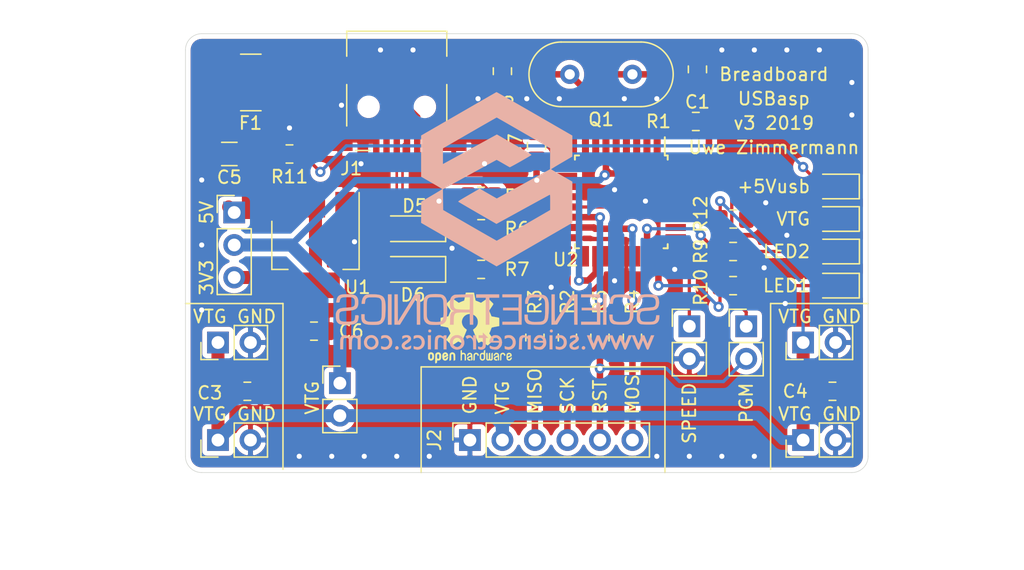
<source format=kicad_pcb>
(kicad_pcb (version 20171130) (host pcbnew "(5.1.2)-2")
  (layers (0 F.Cu signal) (31 B.Cu signal) (34 B.Paste user) (35 F.Paste user) (36 B.SilkS user) (37 F.SilkS user) (38 B.Mask user) (39 F.Mask user) (44 Edge.Cuts user))
  (net 0 "")
  (net 1 GND)
  (net 2 xtal1)
  (net 3 xtal2)
  (net 4 +5VP)
  (net 5 +3V3)
  (net 6 VCC)
  (net 7 LED1)
  (net 8 LED2)
  (net 9 VTG)
  (net 10 +5V)
  (net 11 "Net-(J1-Pad4)")
  (net 12 MOSI)
  (net 13 RESET)
  (net 14 SCK)
  (net 15 MISO)
  (net 16 IRESET)
  (net 17 SPEED)
  (net 18 "Net-(R2-Pad1)")
  (net 19 "Net-(R3-Pad1)")
  (net 20 "Net-(R4-Pad1)")
  (net 21 "Net-(R5-Pad1)")
  (net 22 USB_D+)
  (net 23 "Net-(U2-Pad31)")
  (net 24 "Net-(U2-Pad30)")
  (net 25 "Net-(U2-Pad28)")
  (net 26 "Net-(U2-Pad27)")
  (net 27 "Net-(U2-Pad26)")
  (net 28 "Net-(U2-Pad22)")
  (net 29 "Net-(U2-Pad20)")
  (net 30 "Net-(U2-Pad19)")
  (net 31 USB_D-)
  (net 32 "Net-(U2-Pad11)")
  (net 33 "Net-(U2-Pad10)")
  (net 34 "Net-(U2-Pad9)")
  (net 35 "Net-(U2-Pad2)")
  (net 36 "Net-(U2-Pad1)")
  (net 37 /D-)
  (net 38 /D+)
  (net 39 "Net-(D1-Pad2)")
  (net 40 "Net-(D2-Pad2)")
  (net 41 "Net-(D3-Pad2)")
  (net 42 "Net-(D4-Pad2)")
  (module Symbol:OSHW-Logo2_7.3x6mm_SilkScreen (layer F.Cu) (at 146.685 137.287)
    (fp_text reference REF** hide)
    (fp_text value OSHW-Logo2_7.3x6mm_SilkScreen hide)
  )
  (module 20190811_usbasp:scienctronics_26x21 (layer B.Cu) (at 148.844 129.032 180)
    (fp_text reference G*** hide)
    (fp_text value LOGO hide)
  )
  (module Connector_USB:USB_Mini-B_Lumberg_2486_01_Horizontal (layer F.Cu) (at 140.97 120.015 180)
    (fp_text reference J1 (at 3.556 -4.826) (layer F.SilkS))
    (fp_text value USB_B_Mini)
    (pad "" np_thru_hole circle (at 2.2 0 180) (size 1 1) (drill 1) (layers *.Cu *.Mask))
    (pad "" np_thru_hole circle (at -2.2 0 180) (size 1 1) (drill 1) (layers *.Cu *.Mask))
    (pad 6 smd rect (at 4.45 2.85 180) (size 2 1.7) (layers F.Cu F.Paste F.Mask) (net 1 GND))
    (pad 6 smd rect (at 4.45 -2.6 180) (size 2 1.7) (layers F.Cu F.Paste F.Mask) (net 1 GND))
    (pad 6 smd rect (at -4.45 2.85 180) (size 2 1.7) (layers F.Cu F.Paste F.Mask) (net 1 GND))
    (pad 6 smd rect (at -4.45 -2.6 180) (size 2 1.7) (layers F.Cu F.Paste F.Mask) (net 1 GND))
    (pad 5 smd rect (at 1.6 -2.7 180) (size 0.5 2) (layers F.Cu F.Paste F.Mask) (net 1 GND))
    (pad 4 smd rect (at 0.8 -2.7 180) (size 0.5 2) (layers F.Cu F.Paste F.Mask) (net 11 "Net-(J1-Pad4)"))
    (pad 3 smd rect (at 0 -2.7 180) (size 0.5 2) (layers F.Cu F.Paste F.Mask) (net 38 /D+))
    (pad 2 smd rect (at -0.8 -2.7 180) (size 0.5 2) (layers F.Cu F.Paste F.Mask) (net 37 /D-))
    (pad 1 smd rect (at -1.6 -2.7 180) (size 0.5 2) (layers F.Cu F.Paste F.Mask) (net 10 +5V))
  )
  (module Diode_SMD:D_MiniMELF (layer F.Cu) (at 142.24 129.54 180)
    (fp_text reference D5 (at -0.127 1.778) (layer F.SilkS))
    (fp_text value 3V3)
    (pad 2 smd rect (at 1.75 0 180) (size 1.3 1.7) (layers F.Cu F.Paste F.Mask) (net 1 GND))
    (pad 1 smd rect (at -1.75 0 180) (size 1.3 1.7) (layers F.Cu F.Paste F.Mask) (net 37 /D-))
  )
  (module Diode_SMD:D_MiniMELF (layer F.Cu) (at 142.24 132.715 180)
    (fp_text reference D6 (at 0 -2) (layer F.SilkS))
    (fp_text value 3V3)
    (pad 2 smd rect (at 1.75 0 180) (size 1.3 1.7) (layers F.Cu F.Paste F.Mask) (net 1 GND))
    (pad 1 smd rect (at -1.75 0 180) (size 1.3 1.7) (layers F.Cu F.Paste F.Mask) (net 38 /D+))
  )
  (module Capacitor_SMD:C_1206_3216Metric_Pad1.42x1.75mm_HandSolder (layer F.Cu) (at 127.889 123.698 180)
    (fp_text reference C5 (at 0 -1.82) (layer F.SilkS))
    (fp_text value 4u7)
    (pad 2 smd roundrect (at 1.4875 0 180) (size 1.425 1.75) (layers F.Cu F.Paste F.Mask) (roundrect_rratio 0.175439) (net 1 GND))
    (pad 1 smd roundrect (at -1.4875 0 180) (size 1.425 1.75) (layers F.Cu F.Paste F.Mask) (roundrect_rratio 0.175439) (net 4 +5VP))
  )
  (module Package_QFP:TQFP-32_7x7mm_P0.8mm (layer F.Cu) (at 158.515 127.44 270)
    (fp_text reference U2 (at 4.513 4.337 180) (layer F.SilkS))
    (fp_text value ATmega88-20AU)
    (pad 32 smd rect (at -2.8 -4.25) (size 1.6 0.55) (layers F.Cu F.Paste F.Mask) (net 22 USB_D+))
    (pad 31 smd rect (at -2 -4.25) (size 1.6 0.55) (layers F.Cu F.Paste F.Mask) (net 23 "Net-(U2-Pad31)"))
    (pad 30 smd rect (at -1.2 -4.25) (size 1.6 0.55) (layers F.Cu F.Paste F.Mask) (net 24 "Net-(U2-Pad30)"))
    (pad 29 smd rect (at -0.4 -4.25) (size 1.6 0.55) (layers F.Cu F.Paste F.Mask) (net 16 IRESET))
    (pad 28 smd rect (at 0.4 -4.25) (size 1.6 0.55) (layers F.Cu F.Paste F.Mask) (net 25 "Net-(U2-Pad28)"))
    (pad 27 smd rect (at 1.2 -4.25) (size 1.6 0.55) (layers F.Cu F.Paste F.Mask) (net 26 "Net-(U2-Pad27)"))
    (pad 26 smd rect (at 2 -4.25) (size 1.6 0.55) (layers F.Cu F.Paste F.Mask) (net 27 "Net-(U2-Pad26)"))
    (pad 25 smd rect (at 2.8 -4.25) (size 1.6 0.55) (layers F.Cu F.Paste F.Mask) (net 17 SPEED))
    (pad 24 smd rect (at 4.25 -2.8 270) (size 1.6 0.55) (layers F.Cu F.Paste F.Mask) (net 8 LED2))
    (pad 23 smd rect (at 4.25 -2 270) (size 1.6 0.55) (layers F.Cu F.Paste F.Mask) (net 7 LED1))
    (pad 22 smd rect (at 4.25 -1.2 270) (size 1.6 0.55) (layers F.Cu F.Paste F.Mask) (net 28 "Net-(U2-Pad22)"))
    (pad 21 smd rect (at 4.25 -0.4 270) (size 1.6 0.55) (layers F.Cu F.Paste F.Mask) (net 1 GND))
    (pad 20 smd rect (at 4.25 0.4 270) (size 1.6 0.55) (layers F.Cu F.Paste F.Mask) (net 29 "Net-(U2-Pad20)"))
    (pad 19 smd rect (at 4.25 1.2 270) (size 1.6 0.55) (layers F.Cu F.Paste F.Mask) (net 30 "Net-(U2-Pad19)"))
    (pad 18 smd rect (at 4.25 2 270) (size 1.6 0.55) (layers F.Cu F.Paste F.Mask) (net 6 VCC))
    (pad 17 smd rect (at 4.25 2.8 270) (size 1.6 0.55) (layers F.Cu F.Paste F.Mask) (net 18 "Net-(R2-Pad1)"))
    (pad 16 smd rect (at 2.8 4.25) (size 1.6 0.55) (layers F.Cu F.Paste F.Mask) (net 19 "Net-(R3-Pad1)"))
    (pad 15 smd rect (at 2 4.25) (size 1.6 0.55) (layers F.Cu F.Paste F.Mask) (net 20 "Net-(R4-Pad1)"))
    (pad 14 smd rect (at 1.2 4.25) (size 1.6 0.55) (layers F.Cu F.Paste F.Mask) (net 21 "Net-(R5-Pad1)"))
    (pad 13 smd rect (at 0.4 4.25) (size 1.6 0.55) (layers F.Cu F.Paste F.Mask) (net 22 USB_D+))
    (pad 12 smd rect (at -0.4 4.25) (size 1.6 0.55) (layers F.Cu F.Paste F.Mask) (net 31 USB_D-))
    (pad 11 smd rect (at -1.2 4.25) (size 1.6 0.55) (layers F.Cu F.Paste F.Mask) (net 32 "Net-(U2-Pad11)"))
    (pad 10 smd rect (at -2 4.25) (size 1.6 0.55) (layers F.Cu F.Paste F.Mask) (net 33 "Net-(U2-Pad10)"))
    (pad 9 smd rect (at -2.8 4.25) (size 1.6 0.55) (layers F.Cu F.Paste F.Mask) (net 34 "Net-(U2-Pad9)"))
    (pad 8 smd rect (at -4.25 2.8 270) (size 1.6 0.55) (layers F.Cu F.Paste F.Mask) (net 3 xtal2))
    (pad 7 smd rect (at -4.25 2 270) (size 1.6 0.55) (layers F.Cu F.Paste F.Mask) (net 2 xtal1))
    (pad 6 smd rect (at -4.25 1.2 270) (size 1.6 0.55) (layers F.Cu F.Paste F.Mask) (net 6 VCC))
    (pad 5 smd rect (at -4.25 0.4 270) (size 1.6 0.55) (layers F.Cu F.Paste F.Mask) (net 1 GND))
    (pad 4 smd rect (at -4.25 -0.4 270) (size 1.6 0.55) (layers F.Cu F.Paste F.Mask) (net 6 VCC))
    (pad 3 smd rect (at -4.25 -1.2 270) (size 1.6 0.55) (layers F.Cu F.Paste F.Mask) (net 1 GND))
    (pad 2 smd rect (at -4.25 -2 270) (size 1.6 0.55) (layers F.Cu F.Paste F.Mask) (net 35 "Net-(U2-Pad2)"))
    (pad 1 smd rect (at -4.25 -2.8 270) (size 1.6 0.55) (layers F.Cu F.Paste F.Mask) (net 36 "Net-(U2-Pad1)"))
  )
  (module Package_TO_SOT_SMD:SOT-223-3_TabPin2 (layer F.Cu) (at 134.62 130.81 270)
    (fp_text reference U1 (at 3.302 -3.302 180) (layer F.SilkS))
    (fp_text value AP1117-33)
    (pad 1 smd rect (at -3.15 -2.3 270) (size 2 1.5) (layers F.Cu F.Paste F.Mask) (net 1 GND))
    (pad 3 smd rect (at -3.15 2.3 270) (size 2 1.5) (layers F.Cu F.Paste F.Mask) (net 4 +5VP))
    (pad 2 smd rect (at -3.15 0 270) (size 2 1.5) (layers F.Cu F.Paste F.Mask) (net 5 +3V3))
    (pad 2 smd rect (at 3.15 0 270) (size 2 3.8) (layers F.Cu F.Paste F.Mask) (net 5 +3V3))
  )
  (module Resistor_SMD:R_0805_2012Metric_Pad1.15x1.40mm_HandSolder (layer F.Cu) (at 167.268 128.778)
    (fp_text reference R12 (at -2.549 -0.381 90) (layer F.SilkS))
    (fp_text value 1k)
    (pad 2 smd roundrect (at 1.025 0) (size 1.15 1.4) (layers F.Cu F.Paste F.Mask) (roundrect_rratio 0.217391) (net 42 "Net-(D4-Pad2)"))
    (pad 1 smd roundrect (at -1.025 0) (size 1.15 1.4) (layers F.Cu F.Paste F.Mask) (roundrect_rratio 0.217391) (net 9 VTG))
  )
  (module Resistor_SMD:R_0805_2012Metric_Pad1.15x1.40mm_HandSolder (layer F.Cu) (at 132.588 123.698)
    (fp_text reference R11 (at 0 1.778) (layer F.SilkS))
    (fp_text value 1k)
    (pad 2 smd roundrect (at 1.025 0) (size 1.15 1.4) (layers F.Cu F.Paste F.Mask) (roundrect_rratio 0.217391) (net 41 "Net-(D3-Pad2)"))
    (pad 1 smd roundrect (at -1.025 0) (size 1.15 1.4) (layers F.Cu F.Paste F.Mask) (roundrect_rratio 0.217391) (net 4 +5VP))
  )
  (module Resistor_SMD:R_0805_2012Metric_Pad1.15x1.40mm_HandSolder (layer F.Cu) (at 167.25 133.985)
    (fp_text reference R10 (at -2.531 0.127 90) (layer F.SilkS))
    (fp_text value 1k)
    (pad 2 smd roundrect (at 1.025 0) (size 1.15 1.4) (layers F.Cu F.Paste F.Mask) (roundrect_rratio 0.217391) (net 40 "Net-(D2-Pad2)"))
    (pad 1 smd roundrect (at -1.025 0) (size 1.15 1.4) (layers F.Cu F.Paste F.Mask) (roundrect_rratio 0.217391) (net 8 LED2))
  )
  (module Resistor_SMD:R_0805_2012Metric_Pad1.15x1.40mm_HandSolder (layer F.Cu) (at 167.25 131.318)
    (fp_text reference R9 (at -2.531 0 90) (layer F.SilkS))
    (fp_text value 1k)
    (pad 2 smd roundrect (at 1.025 0) (size 1.15 1.4) (layers F.Cu F.Paste F.Mask) (roundrect_rratio 0.217391) (net 39 "Net-(D1-Pad2)"))
    (pad 1 smd roundrect (at -1.025 0) (size 1.15 1.4) (layers F.Cu F.Paste F.Mask) (roundrect_rratio 0.217391) (net 7 LED1))
  )
  (module Resistor_SMD:R_0805_2012Metric_Pad1.15x1.40mm_HandSolder (layer F.Cu) (at 147.565 127 180)
    (fp_text reference R8 (at -2.803 0) (layer F.SilkS))
    (fp_text value 2k2)
    (pad 2 smd roundrect (at 1.025 0 180) (size 1.15 1.4) (layers F.Cu F.Paste F.Mask) (roundrect_rratio 0.217391) (net 37 /D-))
    (pad 1 smd roundrect (at -1.025 0 180) (size 1.15 1.4) (layers F.Cu F.Paste F.Mask) (roundrect_rratio 0.217391) (net 10 +5V))
  )
  (module Resistor_SMD:R_0805_2012Metric_Pad1.15x1.40mm_HandSolder (layer F.Cu) (at 147.565 132.715)
    (fp_text reference R7 (at 2.803 0) (layer F.SilkS))
    (fp_text value 68)
    (pad 2 smd roundrect (at 1.025 0) (size 1.15 1.4) (layers F.Cu F.Paste F.Mask) (roundrect_rratio 0.217391) (net 22 USB_D+))
    (pad 1 smd roundrect (at -1.025 0) (size 1.15 1.4) (layers F.Cu F.Paste F.Mask) (roundrect_rratio 0.217391) (net 38 /D+))
  )
  (module Resistor_SMD:R_0805_2012Metric_Pad1.15x1.40mm_HandSolder (layer F.Cu) (at 147.565 129.54)
    (fp_text reference R6 (at 2.803 0) (layer F.SilkS))
    (fp_text value 68)
    (pad 2 smd roundrect (at 1.025 0) (size 1.15 1.4) (layers F.Cu F.Paste F.Mask) (roundrect_rratio 0.217391) (net 31 USB_D-))
    (pad 1 smd roundrect (at -1.025 0) (size 1.15 1.4) (layers F.Cu F.Paste F.Mask) (roundrect_rratio 0.217391) (net 37 /D-))
  )
  (module Resistor_SMD:R_0805_2012Metric_Pad1.15x1.40mm_HandSolder (layer F.Cu) (at 156.845 138.04 270)
    (fp_text reference R5 (at -2.785 0 90) (layer F.SilkS))
    (fp_text value 1k)
    (pad 2 smd roundrect (at 1.025 0 270) (size 1.15 1.4) (layers F.Cu F.Paste F.Mask) (roundrect_rratio 0.217391) (net 13 RESET))
    (pad 1 smd roundrect (at -1.025 0 270) (size 1.15 1.4) (layers F.Cu F.Paste F.Mask) (roundrect_rratio 0.217391) (net 21 "Net-(R5-Pad1)"))
  )
  (module Resistor_SMD:R_0805_2012Metric_Pad1.15x1.40mm_HandSolder (layer F.Cu) (at 159.385 138.04 270)
    (fp_text reference R4 (at -2.785 0 90) (layer F.SilkS))
    (fp_text value 1k)
    (pad 2 smd roundrect (at 1.025 0 270) (size 1.15 1.4) (layers F.Cu F.Paste F.Mask) (roundrect_rratio 0.217391) (net 12 MOSI))
    (pad 1 smd roundrect (at -1.025 0 270) (size 1.15 1.4) (layers F.Cu F.Paste F.Mask) (roundrect_rratio 0.217391) (net 20 "Net-(R4-Pad1)"))
  )
  (module Resistor_SMD:R_0805_2012Metric_Pad1.15x1.40mm_HandSolder (layer F.Cu) (at 151.765 138.04 270)
    (fp_text reference R3 (at -2.785 0 90) (layer F.SilkS))
    (fp_text value 1k)
    (pad 2 smd roundrect (at 1.025 0 270) (size 1.15 1.4) (layers F.Cu F.Paste F.Mask) (roundrect_rratio 0.217391) (net 15 MISO))
    (pad 1 smd roundrect (at -1.025 0 270) (size 1.15 1.4) (layers F.Cu F.Paste F.Mask) (roundrect_rratio 0.217391) (net 19 "Net-(R3-Pad1)"))
  )
  (module Resistor_SMD:R_0805_2012Metric_Pad1.15x1.40mm_HandSolder (layer F.Cu) (at 154.305 138.04 270)
    (fp_text reference R2 (at -2.785 0 90) (layer F.SilkS))
    (fp_text value 1k)
    (pad 2 smd roundrect (at 1.025 0 270) (size 1.15 1.4) (layers F.Cu F.Paste F.Mask) (roundrect_rratio 0.217391) (net 14 SCK))
    (pad 1 smd roundrect (at -1.025 0 270) (size 1.15 1.4) (layers F.Cu F.Paste F.Mask) (roundrect_rratio 0.217391) (net 18 "Net-(R2-Pad1)"))
  )
  (module Resistor_SMD:R_0805_2012Metric_Pad1.15x1.40mm_HandSolder (layer F.Cu) (at 164.338 121.158)
    (fp_text reference R1 (at -2.921 0) (layer F.SilkS))
    (fp_text value 10k)
    (pad 2 smd roundrect (at 1.025 0) (size 1.15 1.4) (layers F.Cu F.Paste F.Mask) (roundrect_rratio 0.217391) (net 16 IRESET))
    (pad 1 smd roundrect (at -1.025 0) (size 1.15 1.4) (layers F.Cu F.Paste F.Mask) (roundrect_rratio 0.217391) (net 6 VCC))
  )
  (module Crystal:Crystal_HC18-U_Vertical (layer F.Cu) (at 159.385 117.475 180)
    (fp_text reference Q1 (at 2.45 -3.525) (layer F.SilkS))
    (fp_text value 12M)
    (pad 2 thru_hole circle (at 4.9 0 180) (size 1.5 1.5) (drill 0.8) (layers *.Cu *.Mask) (net 3 xtal2))
    (pad 1 thru_hole circle (at 0 0 180) (size 1.5 1.5) (drill 0.8) (layers *.Cu *.Mask) (net 2 xtal1))
  )
  (module Connector_PinHeader_2.54mm:PinHeader_1x02_P2.54mm_Vertical (layer F.Cu) (at 163.83 137.16)
    (fp_text reference JP4 hide)
    (fp_text value Conn_01x02)
    (pad 2 thru_hole oval (at 0 2.54) (size 1.7 1.7) (drill 1) (layers *.Cu *.Mask) (net 1 GND))
    (pad 1 thru_hole rect (at 0 0) (size 1.7 1.7) (drill 1) (layers *.Cu *.Mask) (net 17 SPEED))
  )
  (module Connector_PinHeader_2.54mm:PinHeader_1x02_P2.54mm_Vertical (layer F.Cu) (at 168.275 137.16)
    (fp_text reference JP3 hide)
    (fp_text value Conn_01x02)
    (pad 2 thru_hole oval (at 0 2.54) (size 1.7 1.7) (drill 1) (layers *.Cu *.Mask) (net 13 RESET))
    (pad 1 thru_hole rect (at 0 0) (size 1.7 1.7) (drill 1) (layers *.Cu *.Mask) (net 16 IRESET))
  )
  (module Connector_PinHeader_2.54mm:PinHeader_1x02_P2.54mm_Vertical (layer F.Cu) (at 136.525 141.605)
    (fp_text reference JP2 hide)
    (fp_text value Conn_01x02)
    (pad 2 thru_hole oval (at 0 2.54) (size 1.7 1.7) (drill 1) (layers *.Cu *.Mask) (net 9 VTG))
    (pad 1 thru_hole rect (at 0 0) (size 1.7 1.7) (drill 1) (layers *.Cu *.Mask) (net 6 VCC))
  )
  (module Connector_PinHeader_2.54mm:PinHeader_1x03_P2.54mm_Vertical (layer F.Cu) (at 128.27 128.27)
    (fp_text reference JP1 hide)
    (fp_text value Conn_01x03)
    (pad 3 thru_hole oval (at 0 5.08) (size 1.7 1.7) (drill 1) (layers *.Cu *.Mask) (net 5 +3V3))
    (pad 2 thru_hole oval (at 0 2.54) (size 1.7 1.7) (drill 1) (layers *.Cu *.Mask) (net 6 VCC))
    (pad 1 thru_hole rect (at 0 0) (size 1.7 1.7) (drill 1) (layers *.Cu *.Mask) (net 4 +5VP))
  )
  (module Connector_PinHeader_2.54mm:PinHeader_1x02_P2.54mm_Vertical (layer F.Cu) (at 172.72 138.43 90)
    (fp_text reference J6 hide)
    (fp_text value Conn_01x02)
    (pad 2 thru_hole oval (at 0 2.54 90) (size 1.7 1.7) (drill 1) (layers *.Cu *.Mask) (net 1 GND))
    (pad 1 thru_hole rect (at 0 0 90) (size 1.7 1.7) (drill 1) (layers *.Cu *.Mask) (net 9 VTG))
  )
  (module Connector_PinHeader_2.54mm:PinHeader_1x02_P2.54mm_Vertical (layer F.Cu) (at 127 138.43 90)
    (fp_text reference J5 hide)
    (fp_text value Conn_01x02)
    (pad 2 thru_hole oval (at 0 2.54 90) (size 1.7 1.7) (drill 1) (layers *.Cu *.Mask) (net 1 GND))
    (pad 1 thru_hole rect (at 0 0 90) (size 1.7 1.7) (drill 1) (layers *.Cu *.Mask) (net 9 VTG))
  )
  (module Connector_PinHeader_2.54mm:PinHeader_1x02_P2.54mm_Vertical (layer F.Cu) (at 172.72 146.05 90)
    (fp_text reference J4 hide)
    (fp_text value Conn_01x02)
    (pad 2 thru_hole oval (at 0 2.54 90) (size 1.7 1.7) (drill 1) (layers *.Cu *.Mask) (net 1 GND))
    (pad 1 thru_hole rect (at 0 0 90) (size 1.7 1.7) (drill 1) (layers *.Cu *.Mask) (net 9 VTG))
  )
  (module Connector_PinHeader_2.54mm:PinHeader_1x02_P2.54mm_Vertical (layer F.Cu) (at 127 146.05 90)
    (fp_text reference J3 hide)
    (fp_text value Conn_01x02)
    (pad 2 thru_hole oval (at 0 2.54 90) (size 1.7 1.7) (drill 1) (layers *.Cu *.Mask) (net 1 GND))
    (pad 1 thru_hole rect (at 0 0 90) (size 1.7 1.7) (drill 1) (layers *.Cu *.Mask) (net 9 VTG))
  )
  (module Connector_PinSocket_2.54mm:PinSocket_1x06_P2.54mm_Vertical (layer F.Cu) (at 146.685 146.05 90)
    (fp_text reference J2 (at 0 -2.77 90) (layer F.SilkS))
    (fp_text value Conn_01x06)
    (pad 6 thru_hole oval (at 0 12.7 90) (size 1.7 1.7) (drill 1) (layers *.Cu *.Mask) (net 12 MOSI))
    (pad 5 thru_hole oval (at 0 10.16 90) (size 1.7 1.7) (drill 1) (layers *.Cu *.Mask) (net 13 RESET))
    (pad 4 thru_hole oval (at 0 7.62 90) (size 1.7 1.7) (drill 1) (layers *.Cu *.Mask) (net 14 SCK))
    (pad 3 thru_hole oval (at 0 5.08 90) (size 1.7 1.7) (drill 1) (layers *.Cu *.Mask) (net 15 MISO))
    (pad 2 thru_hole oval (at 0 2.54 90) (size 1.7 1.7) (drill 1) (layers *.Cu *.Mask) (net 9 VTG))
    (pad 1 thru_hole rect (at 0 0 90) (size 1.7 1.7) (drill 1) (layers *.Cu *.Mask) (net 1 GND))
  )
  (module Fuse:Fuse_2816_7142Metric (layer F.Cu) (at 129.5675 118.11)
    (fp_text reference F1 (at -0.0275 3.175) (layer F.SilkS))
    (fp_text value Polyfuse)
    (pad 2 smd roundrect (at 2.5125 0) (size 3.025 4.45) (layers F.Cu F.Paste F.Mask) (roundrect_rratio 0.082645) (net 10 +5V))
    (pad 1 smd roundrect (at -2.5125 0) (size 3.025 4.45) (layers F.Cu F.Paste F.Mask) (roundrect_rratio 0.082645) (net 4 +5VP))
  )
  (module LED_SMD:LED_0805_2012Metric_Pad1.15x1.40mm_HandSolder (layer F.Cu) (at 175.251 128.778 180)
    (fp_text reference D4 hide)
    (fp_text value LED)
    (pad 2 smd roundrect (at 1.025 0 180) (size 1.15 1.4) (layers F.Cu F.Paste F.Mask) (roundrect_rratio 0.217391) (net 42 "Net-(D4-Pad2)"))
    (pad 1 smd roundrect (at -1.025 0 180) (size 1.15 1.4) (layers F.Cu F.Paste F.Mask) (roundrect_rratio 0.217391) (net 1 GND))
  )
  (module LED_SMD:LED_0805_2012Metric_Pad1.15x1.40mm_HandSolder (layer F.Cu) (at 175.251 126.238 180)
    (fp_text reference D3 hide)
    (fp_text value LED)
    (pad 2 smd roundrect (at 1.025 0 180) (size 1.15 1.4) (layers F.Cu F.Paste F.Mask) (roundrect_rratio 0.217391) (net 41 "Net-(D3-Pad2)"))
    (pad 1 smd roundrect (at -1.025 0 180) (size 1.15 1.4) (layers F.Cu F.Paste F.Mask) (roundrect_rratio 0.217391) (net 1 GND))
  )
  (module LED_SMD:LED_0805_2012Metric_Pad1.15x1.40mm_HandSolder (layer F.Cu) (at 175.251 133.985 180)
    (fp_text reference D2 hide)
    (fp_text value LED)
    (pad 2 smd roundrect (at 1.025 0 180) (size 1.15 1.4) (layers F.Cu F.Paste F.Mask) (roundrect_rratio 0.217391) (net 40 "Net-(D2-Pad2)"))
    (pad 1 smd roundrect (at -1.025 0 180) (size 1.15 1.4) (layers F.Cu F.Paste F.Mask) (roundrect_rratio 0.217391) (net 1 GND))
  )
  (module LED_SMD:LED_0805_2012Metric_Pad1.15x1.40mm_HandSolder (layer F.Cu) (at 175.26 131.318 180)
    (fp_text reference D1 hide)
    (fp_text value LED)
    (pad 2 smd roundrect (at 1.025 0 180) (size 1.15 1.4) (layers F.Cu F.Paste F.Mask) (roundrect_rratio 0.217391) (net 39 "Net-(D1-Pad2)"))
    (pad 1 smd roundrect (at -1.025 0 180) (size 1.15 1.4) (layers F.Cu F.Paste F.Mask) (roundrect_rratio 0.217391) (net 1 GND))
  )
  (module Capacitor_SMD:C_0805_2012Metric_Pad1.15x1.40mm_HandSolder (layer F.Cu) (at 151.892 123.063 90)
    (fp_text reference C7 (at 0 -1.65 90) (layer F.SilkS))
    (fp_text value 100n)
    (pad 2 smd roundrect (at 1.025 0 90) (size 1.15 1.4) (layers F.Cu F.Paste F.Mask) (roundrect_rratio 0.217391) (net 1 GND))
    (pad 1 smd roundrect (at -1.025 0 90) (size 1.15 1.4) (layers F.Cu F.Paste F.Mask) (roundrect_rratio 0.217391) (net 6 VCC))
  )
  (module Capacitor_SMD:C_0805_2012Metric_Pad1.15x1.40mm_HandSolder (layer F.Cu) (at 134.502 137.541)
    (fp_text reference C6 (at 2.912 0) (layer F.SilkS))
    (fp_text value 100n)
    (pad 2 smd roundrect (at 1.025 0) (size 1.15 1.4) (layers F.Cu F.Paste F.Mask) (roundrect_rratio 0.217391) (net 1 GND))
    (pad 1 smd roundrect (at -1.025 0) (size 1.15 1.4) (layers F.Cu F.Paste F.Mask) (roundrect_rratio 0.217391) (net 5 +3V3))
  )
  (module Capacitor_SMD:C_0805_2012Metric_Pad1.15x1.40mm_HandSolder (layer F.Cu) (at 175.015 142.24)
    (fp_text reference C4 (at -2.912 0) (layer F.SilkS))
    (fp_text value 100n)
    (pad 2 smd roundrect (at 1.025 0) (size 1.15 1.4) (layers F.Cu F.Paste F.Mask) (roundrect_rratio 0.217391) (net 1 GND))
    (pad 1 smd roundrect (at -1.025 0) (size 1.15 1.4) (layers F.Cu F.Paste F.Mask) (roundrect_rratio 0.217391) (net 9 VTG))
  )
  (module Capacitor_SMD:C_0805_2012Metric_Pad1.15x1.40mm_HandSolder (layer F.Cu) (at 129.295 142.24)
    (fp_text reference C3 (at -2.93 0.127) (layer F.SilkS))
    (fp_text value 100n)
    (pad 2 smd roundrect (at 1.025 0) (size 1.15 1.4) (layers F.Cu F.Paste F.Mask) (roundrect_rratio 0.217391) (net 1 GND))
    (pad 1 smd roundrect (at -1.025 0) (size 1.15 1.4) (layers F.Cu F.Paste F.Mask) (roundrect_rratio 0.217391) (net 9 VTG))
  )
  (module Capacitor_SMD:C_0805_2012Metric_Pad1.15x1.40mm_HandSolder (layer F.Cu) (at 149.225 117.23 90)
    (fp_text reference C2 (at -2.531 0 180) (layer F.SilkS))
    (fp_text value 27p)
    (pad 2 smd roundrect (at 1.025 0 90) (size 1.15 1.4) (layers F.Cu F.Paste F.Mask) (roundrect_rratio 0.217391) (net 1 GND))
    (pad 1 smd roundrect (at -1.025 0 90) (size 1.15 1.4) (layers F.Cu F.Paste F.Mask) (roundrect_rratio 0.217391) (net 3 xtal2))
  )
  (module Capacitor_SMD:C_0805_2012Metric_Pad1.15x1.40mm_HandSolder (layer F.Cu) (at 164.465 117.085 90)
    (fp_text reference C1 (at -2.549 0 180) (layer F.SilkS))
    (fp_text value 27p)
    (pad 2 smd roundrect (at 1.025 0 90) (size 1.15 1.4) (layers F.Cu F.Paste F.Mask) (roundrect_rratio 0.217391) (net 1 GND))
    (pad 1 smd roundrect (at -1.025 0 90) (size 1.15 1.4) (layers F.Cu F.Paste F.Mask) (roundrect_rratio 0.217391) (net 2 xtal1))
  )
  (gr_line (start 161.925 140.335) (end 161.925 148.59) (layer F.SilkS) (width 0.12))
  (gr_line (start 142.875 140.335) (end 161.925 140.335) (layer F.SilkS) (width 0.12))
  (gr_line (start 142.875 148.59) (end 142.875 140.335) (layer F.SilkS) (width 0.12))
  (gr_line (start 132.08 135.382) (end 132.08 148.336) (layer F.SilkS) (width 0.12))
  (gr_line (start 124.46 135.382) (end 132.08 135.382) (layer F.SilkS) (width 0.12))
  (gr_line (start 170.18 135.382) (end 170.18 148.336) (layer F.SilkS) (width 0.12))
  (gr_line (start 177.8 135.382) (end 170.18 135.382) (layer F.SilkS) (width 0.12))
  (gr_text "v3 2019" (at 170.434 121.285) (layer F.SilkS) (effects (font (size 1 1))))
  (gr_text "Uwe Zimmermann" (at 170.434 123.19) (layer F.SilkS) (effects (font (size 1 1))))
  (gr_text USBasp (at 170.434 119.38) (layer F.SilkS) (effects (font (size 1 1))))
  (gr_text Breadboard (at 170.434 117.475) (layer F.SilkS) (effects (font (size 1 1))))
  (gr_text GND (at 174.117 136.398) (layer F.SilkS) (effects (font (size 1 1)) (justify left)))
  (gr_text VTG (at 172.085 136.398) (layer F.SilkS) (effects (font (size 1 1))))
  (gr_text GND (at 174.117 144.018) (layer F.SilkS) (effects (font (size 1 1)) (justify left)))
  (gr_text VTG (at 172.085 144.018) (layer F.SilkS) (effects (font (size 1 1))))
  (gr_text GND (at 128.397 136.398) (layer F.SilkS) (effects (font (size 1 1)) (justify left)))
  (gr_text VTG (at 126.365 136.398) (layer F.SilkS) (effects (font (size 1 1))))
  (gr_text GND (at 128.397 144.018) (layer F.SilkS) (effects (font (size 1 1)) (justify left)))
  (gr_text VTG (at 126.365 144.018) (layer F.SilkS) (effects (font (size 1 1))))
  (gr_text VTG (at 134.366 142.748 90) (layer F.SilkS) (effects (font (size 1 1))))
  (gr_text 5V (at 126.111 128.27 90) (layer F.SilkS) (effects (font (size 1 1))))
  (gr_text 3V3 (at 126.111 133.35 90) (layer F.SilkS) (effects (font (size 1 1))))
  (gr_text +5Vusb (at 173.355 126.238) (layer F.SilkS) (effects (font (size 1 1)) (justify right)))
  (gr_text VTG (at 173.355 128.778) (layer F.SilkS) (effects (font (size 1 1)) (justify right)))
  (gr_text LED2 (at 173.355 131.318) (layer F.SilkS) (effects (font (size 1 1)) (justify right)))
  (gr_text LED1 (at 173.355 133.985) (layer F.SilkS) (effects (font (size 1 1)) (justify right)))
  (gr_text SPEED (at 163.83 141.478 90) (layer F.SilkS) (effects (font (size 1 1)) (justify right)))
  (gr_text PGM (at 168.275 141.478 90) (layer F.SilkS) (effects (font (size 1 1)) (justify right)))
  (gr_text MOSI (at 159.385 144.145 90) (layer F.SilkS) (effects (font (size 1 1)) (justify left)))
  (gr_text RST (at 156.845 144.145 90) (layer F.SilkS) (effects (font (size 1 1)) (justify left)))
  (gr_text SCK (at 154.305 144.145 90) (layer F.SilkS) (effects (font (size 1 1)) (justify left)))
  (gr_text MISO (at 151.765 144.145 90) (layer F.SilkS) (effects (font (size 1 1)) (justify left)))
  (gr_text VTG (at 149.225 144.145 90) (layer F.SilkS) (effects (font (size 1 1)) (justify left)))
  (gr_text GND (at 146.685 144.145 90) (layer F.SilkS) (effects (font (size 1 1)) (justify left)))
  (gr_arc (start 176.53 147.32) (end 176.53 148.59) (angle -90) (layer Edge.Cuts) (width 0.05))
  (gr_arc (start 176.53 115.57) (end 177.8 115.57) (angle -90) (layer Edge.Cuts) (width 0.05))
  (gr_arc (start 125.73 115.57) (end 125.73 114.3) (angle -90) (layer Edge.Cuts) (width 0.05))
  (gr_arc (start 125.73 147.32) (end 124.46 147.32) (angle -90) (layer Edge.Cuts) (width 0.05))
  (gr_line (start 176.53 148.59) (end 125.73 148.59) (layer Edge.Cuts) (width 0.05))
  (gr_line (start 177.8 115.57) (end 177.8 147.32) (layer Edge.Cuts) (width 0.05))
  (gr_line (start 125.73 114.3) (end 176.53 114.3) (layer Edge.Cuts) (width 0.05))
  (gr_line (start 124.46 147.32) (end 124.46 115.57) (layer Edge.Cuts) (width 0.05))
  (via (at 176.53 118.11) (size 0.8) (drill 0.4) (layers F.Cu B.Cu) (net 1))
  (via (at 176.53 120.65) (size 0.8) (drill 0.4) (layers F.Cu B.Cu) (net 1))
  (via (at 145.288 131.064) (size 0.8) (drill 0.4) (layers F.Cu B.Cu) (net 1))
  (via (at 144.272 127.381) (size 0.8) (drill 0.4) (layers F.Cu B.Cu) (net 1))
  (via (at 153.035 134.112) (size 0.8) (drill 0.4) (layers F.Cu B.Cu) (net 1))
  (via (at 160.401 127.381) (size 0.8) (drill 0.4) (layers F.Cu B.Cu) (net 1))
  (via (at 166.37 115.57) (size 0.8) (drill 0.4) (layers F.Cu B.Cu) (net 1))
  (via (at 168.91 115.57) (size 0.8) (drill 0.4) (layers F.Cu B.Cu) (net 1))
  (via (at 171.45 115.57) (size 0.8) (drill 0.4) (layers F.Cu B.Cu) (net 1))
  (via (at 173.99 115.57) (size 0.8) (drill 0.4) (layers F.Cu B.Cu) (net 1))
  (via (at 166.37 147.32) (size 0.8) (drill 0.4) (layers F.Cu B.Cu) (net 1))
  (via (at 168.91 147.32) (size 0.8) (drill 0.4) (layers F.Cu B.Cu) (net 1))
  (via (at 163.83 147.32) (size 0.8) (drill 0.4) (layers F.Cu B.Cu) (net 1))
  (via (at 161.29 147.32) (size 0.8) (drill 0.4) (layers F.Cu B.Cu) (net 1))
  (via (at 143.51 147.32) (size 0.8) (drill 0.4) (layers F.Cu B.Cu) (net 1))
  (via (at 140.97 147.32) (size 0.8) (drill 0.4) (layers F.Cu B.Cu) (net 1))
  (via (at 138.43 147.32) (size 0.8) (drill 0.4) (layers F.Cu B.Cu) (net 1))
  (via (at 135.89 147.32) (size 0.8) (drill 0.4) (layers F.Cu B.Cu) (net 1))
  (via (at 133.35 147.32) (size 0.8) (drill 0.4) (layers F.Cu B.Cu) (net 1))
  (via (at 125.73 135.89) (size 0.8) (drill 0.4) (layers F.Cu B.Cu) (net 1))
  (via (at 125.73 130.81) (size 0.8) (drill 0.4) (layers F.Cu B.Cu) (net 1))
  (via (at 125.73 125.73) (size 0.8) (drill 0.4) (layers F.Cu B.Cu) (net 1))
  (via (at 139.7 115.57) (size 0.8) (drill 0.4) (layers F.Cu B.Cu) (net 1))
  (via (at 142.24 115.57) (size 0.8) (drill 0.4) (layers F.Cu B.Cu) (net 1))
  (via (at 158.75 119.38) (size 0.8) (drill 0.4) (layers F.Cu B.Cu) (net 1))
  (via (at 161.29 119.38) (size 0.8) (drill 0.4) (layers F.Cu B.Cu) (net 1))
  (via (at 153.67 119.38) (size 0.8) (drill 0.4) (layers F.Cu B.Cu) (net 1))
  (via (at 151.13 119.38) (size 0.8) (drill 0.4) (layers F.Cu B.Cu) (net 1))
  (via (at 147.32 119.38) (size 0.8) (drill 0.4) (layers F.Cu B.Cu) (net 1))
  (via (at 157.988 126.492) (size 0.8) (drill 0.4) (layers F.Cu B.Cu) (net 1))
  (via (at 157.988 133.604) (size 0.8) (drill 0.4) (layers F.Cu B.Cu) (net 1))
  (via (at 136.652 119.888) (size 0.8) (drill 0.4) (layers F.Cu B.Cu) (net 1))
  (via (at 147.828 124.46) (size 0.8) (drill 0.4) (layers F.Cu B.Cu) (net 1))
  (via (at 138.176 124.46) (size 0.8) (drill 0.4) (layers F.Cu B.Cu) (net 1))
  (via (at 137.668 130.556) (size 0.8) (drill 0.4) (layers F.Cu B.Cu) (net 1))
  (via (at 169.672 132.588) (size 0.8) (drill 0.4) (layers F.Cu B.Cu) (net 1))
  (via (at 171.45 130.048) (size 0.8) (drill 0.4) (layers F.Cu B.Cu) (net 1))
  (via (at 169.799 127.508) (size 0.8) (drill 0.4) (layers F.Cu B.Cu) (net 1))
  (via (at 162.687 132.715) (size 0.8) (drill 0.4) (layers F.Cu B.Cu) (net 1))
  (via (at 171.323 135.382) (size 0.8) (drill 0.4) (layers F.Cu B.Cu) (net 1))
  (via (at 132.588 121.666) (size 0.8) (drill 0.4) (layers F.Cu B.Cu) (net 1))
  (segment (start 156.515 123.19) (end 156.515 118.694) (width 0.508) (layer F.Cu) (net 2))
  (segment (start 156.515 118.694) (end 157.734 117.475) (width 0.508) (layer F.Cu) (net 2))
  (segment (start 157.734 117.475) (end 159.385 117.475) (width 0.508) (layer F.Cu) (net 2))
  (segment (start 163.83 117.475) (end 164.465 118.11) (width 0.508) (layer F.Cu) (net 2))
  (segment (start 159.385 117.475) (end 163.83 117.475) (width 0.508) (layer F.Cu) (net 2))
  (segment (start 155.715 118.705) (end 154.485 117.475) (width 0.508) (layer F.Cu) (net 3))
  (segment (start 155.715 123.19) (end 155.715 118.705) (width 0.508) (layer F.Cu) (net 3))
  (segment (start 150.005 117.475) (end 149.225 118.255) (width 0.508) (layer F.Cu) (net 3))
  (segment (start 154.485 117.475) (end 150.005 117.475) (width 0.508) (layer F.Cu) (net 3))
  (segment (start 127.835 127.835) (end 128.27 128.27) (width 1.016) (layer F.Cu) (net 4))
  (segment (start 131.71 128.27) (end 132.32 127.66) (width 1.016) (layer F.Cu) (net 4))
  (segment (start 127.055 121.3765) (end 129.3765 123.698) (width 1.016) (layer F.Cu) (net 4))
  (segment (start 127.055 118.11) (end 127.055 121.3765) (width 1.016) (layer F.Cu) (net 4))
  (segment (start 129.3765 128.1795) (end 129.286 128.27) (width 1.016) (layer F.Cu) (net 4))
  (segment (start 129.3765 123.698) (end 129.3765 128.1795) (width 1.016) (layer F.Cu) (net 4))
  (segment (start 128.27 128.27) (end 129.286 128.27) (width 1.016) (layer F.Cu) (net 4))
  (segment (start 129.286 128.27) (end 131.71 128.27) (width 1.016) (layer F.Cu) (net 4))
  (segment (start 129.3765 123.698) (end 131.563 123.698) (width 0.508) (layer F.Cu) (net 4))
  (segment (start 128.27 133.35) (end 130.175 133.35) (width 1.016) (layer F.Cu) (net 5))
  (segment (start 130.785 133.96) (end 134.62 133.96) (width 1.016) (layer F.Cu) (net 5))
  (segment (start 130.175 133.35) (end 130.785 133.96) (width 1.016) (layer F.Cu) (net 5))
  (segment (start 134.62 127.66) (end 134.62 133.96) (width 1.016) (layer F.Cu) (net 5))
  (segment (start 133.477 135.103) (end 134.62 133.96) (width 0.508) (layer F.Cu) (net 5))
  (segment (start 133.477 137.541) (end 133.477 135.103) (width 0.508) (layer F.Cu) (net 5))
  (segment (start 136.525 134.62) (end 136.525 141.605) (width 1.016) (layer B.Cu) (net 6))
  (segment (start 128.27 130.81) (end 132.715 130.81) (width 1.016) (layer B.Cu) (net 6))
  (segment (start 132.715 130.81) (end 136.525 134.62) (width 1.016) (layer B.Cu) (net 6))
  (segment (start 158.915 123.19) (end 158.915 124.93) (width 0.508) (layer F.Cu) (net 6))
  (segment (start 158.915 124.93) (end 158.623 125.222) (width 0.508) (layer F.Cu) (net 6))
  (segment (start 158.623 125.222) (end 157.607 125.222) (width 0.508) (layer F.Cu) (net 6))
  (segment (start 157.315 124.93) (end 157.315 123.19) (width 0.508) (layer F.Cu) (net 6))
  (segment (start 157.607 125.222) (end 157.315 124.93) (width 0.508) (layer F.Cu) (net 6))
  (via (at 157.226 125.349) (size 0.8) (drill 0.4) (layers F.Cu B.Cu) (net 6))
  (segment (start 157.607 125.222) (end 157.353 125.222) (width 0.508) (layer F.Cu) (net 6))
  (segment (start 157.353 125.222) (end 157.226 125.349) (width 0.508) (layer F.Cu) (net 6))
  (segment (start 137.776001 125.748999) (end 132.715 130.81) (width 0.508) (layer B.Cu) (net 6))
  (segment (start 157.226 125.349) (end 156.826001 125.748999) (width 0.508) (layer B.Cu) (net 6))
  (segment (start 155.212999 125.748999) (end 155.212999 133.585001) (width 0.508) (layer B.Cu) (net 6))
  (segment (start 156.826001 125.748999) (end 155.212999 125.748999) (width 0.508) (layer B.Cu) (net 6))
  (via (at 155.212999 133.585001) (size 0.8) (drill 0.4) (layers F.Cu B.Cu) (net 6))
  (segment (start 156.515 132.998) (end 156.515 131.69) (width 0.508) (layer F.Cu) (net 6))
  (segment (start 155.927999 133.585001) (end 156.515 132.998) (width 0.508) (layer F.Cu) (net 6))
  (segment (start 155.212999 133.585001) (end 155.927999 133.585001) (width 0.508) (layer F.Cu) (net 6))
  (segment (start 150.894999 125.748999) (end 137.776001 125.748999) (width 0.508) (layer B.Cu) (net 6))
  (segment (start 158.915 121.755) (end 158.915 123.19) (width 0.508) (layer F.Cu) (net 6))
  (segment (start 163.313 121.158) (end 159.512 121.158) (width 0.508) (layer F.Cu) (net 6))
  (segment (start 159.512 121.158) (end 158.915 121.755) (width 0.508) (layer F.Cu) (net 6))
  (segment (start 151.892 125.73) (end 151.910999 125.748999) (width 0.508) (layer F.Cu) (net 6))
  (segment (start 151.892 124.088) (end 151.892 125.73) (width 0.508) (layer F.Cu) (net 6))
  (via (at 151.910999 125.748999) (size 0.8) (drill 0.4) (layers F.Cu B.Cu) (net 6))
  (segment (start 155.212999 125.748999) (end 151.910999 125.748999) (width 0.508) (layer B.Cu) (net 6))
  (segment (start 151.910999 125.748999) (end 150.894999 125.748999) (width 0.508) (layer B.Cu) (net 6))
  (via (at 160.528 129.54) (size 0.8) (drill 0.4) (layers F.Cu B.Cu) (net 7))
  (segment (start 160.528 131.677) (end 160.515 131.69) (width 0.508) (layer F.Cu) (net 7))
  (segment (start 160.528 129.54) (end 160.528 131.677) (width 0.508) (layer F.Cu) (net 7))
  (segment (start 165.601628 130.694628) (end 165.365628 130.694628) (width 0.254) (layer F.Cu) (net 7))
  (segment (start 166.225 131.318) (end 165.601628 130.694628) (width 0.254) (layer F.Cu) (net 7))
  (via (at 164.719 130.048) (size 0.8) (drill 0.4) (layers F.Cu B.Cu) (net 7))
  (segment (start 165.365628 130.694628) (end 164.719 130.048) (width 0.254) (layer F.Cu) (net 7))
  (segment (start 164.211 129.54) (end 160.528 129.54) (width 0.254) (layer B.Cu) (net 7))
  (segment (start 164.719 130.048) (end 164.211 129.54) (width 0.254) (layer B.Cu) (net 7))
  (via (at 161.417 133.985) (size 0.8) (drill 0.4) (layers F.Cu B.Cu) (net 8))
  (segment (start 161.417 131.792) (end 161.315 131.69) (width 0.508) (layer F.Cu) (net 8))
  (segment (start 161.417 133.985) (end 161.417 131.792) (width 0.508) (layer F.Cu) (net 8))
  (via (at 166.116 135.636) (size 0.8) (drill 0.4) (layers F.Cu B.Cu) (net 8))
  (segment (start 166.225 133.985) (end 166.225 135.527) (width 0.254) (layer F.Cu) (net 8))
  (segment (start 166.225 135.527) (end 166.116 135.636) (width 0.254) (layer F.Cu) (net 8))
  (segment (start 164.465 133.985) (end 161.417 133.985) (width 0.254) (layer B.Cu) (net 8))
  (segment (start 166.116 135.636) (end 164.465 133.985) (width 0.254) (layer B.Cu) (net 8))
  (segment (start 148.522081 144.145) (end 149.225 144.847919) (width 1.016) (layer B.Cu) (net 9))
  (segment (start 136.525 144.145) (end 148.522081 144.145) (width 1.016) (layer B.Cu) (net 9))
  (segment (start 128.881725 144.145) (end 127.091642 145.935083) (width 1.016) (layer B.Cu) (net 9))
  (segment (start 136.525 144.145) (end 128.881725 144.145) (width 1.016) (layer B.Cu) (net 9))
  (segment (start 149.225 146.05) (end 149.225 144.847919) (width 1.016) (layer B.Cu) (net 9))
  (segment (start 149.225 146.05) (end 149.225 144.78) (width 1.016) (layer B.Cu) (net 9))
  (segment (start 149.225 144.78) (end 149.86 144.145) (width 1.016) (layer B.Cu) (net 9))
  (segment (start 127 145.862001) (end 127.091642 145.935083) (width 1.016) (layer F.Cu) (net 9))
  (segment (start 127 138.43) (end 127 142.24) (width 1.016) (layer F.Cu) (net 9))
  (segment (start 127 142.24) (end 127 145.862001) (width 1.016) (layer F.Cu) (net 9))
  (segment (start 128.27 142.24) (end 127 142.24) (width 1.016) (layer F.Cu) (net 9))
  (segment (start 171.108 146.05) (end 172.72 146.05) (width 0.762) (layer B.Cu) (net 9))
  (segment (start 169.203 144.145) (end 171.108 146.05) (width 0.762) (layer B.Cu) (net 9))
  (segment (start 149.86 144.145) (end 169.203 144.145) (width 0.762) (layer B.Cu) (net 9))
  (segment (start 166.243 128.778) (end 166.243 127.381) (width 0.254) (layer F.Cu) (net 9))
  (via (at 166.243 127.381) (size 0.8) (drill 0.4) (layers F.Cu B.Cu) (net 9))
  (segment (start 172.72 133.858) (end 172.72 138.43) (width 0.254) (layer B.Cu) (net 9))
  (segment (start 166.243 127.381) (end 172.72 133.858) (width 0.254) (layer B.Cu) (net 9))
  (segment (start 172.72 142.24) (end 173.99 142.24) (width 1.016) (layer F.Cu) (net 9))
  (segment (start 172.72 142.24) (end 172.72 138.43) (width 1.016) (layer F.Cu) (net 9))
  (segment (start 172.72 146.05) (end 172.72 142.24) (width 1.016) (layer F.Cu) (net 9))
  (segment (start 147.966628 126.376628) (end 148.59 127) (width 0.254) (layer F.Cu) (net 10))
  (segment (start 147.56299 125.97299) (end 147.966628 126.376628) (width 0.254) (layer F.Cu) (net 10))
  (segment (start 145.07799 125.97299) (end 147.56299 125.97299) (width 0.254) (layer F.Cu) (net 10))
  (segment (start 142.57 123.465) (end 145.07799 125.97299) (width 0.254) (layer F.Cu) (net 10))
  (segment (start 142.57 122.715) (end 142.57 123.465) (width 0.254) (layer F.Cu) (net 10))
  (segment (start 133.6925 118.11) (end 132.08 118.11) (width 0.508) (layer F.Cu) (net 10))
  (segment (start 134.051501 118.469001) (end 133.6925 118.11) (width 0.508) (layer F.Cu) (net 10))
  (segment (start 140.212079 118.469001) (end 134.051501 118.469001) (width 0.508) (layer F.Cu) (net 10))
  (segment (start 142.57 120.826922) (end 140.212079 118.469001) (width 0.508) (layer F.Cu) (net 10))
  (segment (start 142.57 122.715) (end 142.57 120.826922) (width 0.508) (layer F.Cu) (net 10))
  (segment (start 159.385 139.065) (end 159.385 146.05) (width 0.508) (layer F.Cu) (net 12))
  (via (at 156.845 140.462) (size 0.8) (drill 0.4) (layers F.Cu B.Cu) (net 13))
  (segment (start 156.845 140.462) (end 156.845 146.05) (width 0.508) (layer F.Cu) (net 13))
  (segment (start 156.845 139.065) (end 156.845 140.462) (width 0.508) (layer F.Cu) (net 13))
  (segment (start 156.845 140.462) (end 162.052 140.462) (width 0.254) (layer B.Cu) (net 13))
  (segment (start 162.052 140.462) (end 163.068 141.478) (width 0.254) (layer B.Cu) (net 13))
  (segment (start 166.497 141.478) (end 168.275 139.7) (width 0.254) (layer B.Cu) (net 13))
  (segment (start 163.068 141.478) (end 166.497 141.478) (width 0.254) (layer B.Cu) (net 13))
  (segment (start 154.305 139.065) (end 154.305 146.05) (width 0.508) (layer F.Cu) (net 14))
  (segment (start 151.765 139.065) (end 151.765 146.05) (width 0.508) (layer F.Cu) (net 15))
  (segment (start 162.765 127.04) (end 164.505 127.04) (width 0.508) (layer F.Cu) (net 16))
  (segment (start 164.505 127.04) (end 164.505 126.96) (width 0.508) (layer F.Cu) (net 16))
  (segment (start 165.363 126.102) (end 165.363 121.158) (width 0.508) (layer F.Cu) (net 16))
  (segment (start 164.505 126.96) (end 165.363 126.102) (width 0.508) (layer F.Cu) (net 16))
  (segment (start 165.227 126.238) (end 166.624 126.238) (width 0.254) (layer F.Cu) (net 16))
  (segment (start 164.505 126.96) (end 165.227 126.238) (width 0.254) (layer F.Cu) (net 16))
  (segment (start 168.275 136.056) (end 168.275 137.16) (width 0.254) (layer F.Cu) (net 16))
  (segment (start 167.14501 134.92601) (end 168.275 136.056) (width 0.254) (layer F.Cu) (net 16))
  (segment (start 167.14501 126.75901) (end 167.14501 134.92601) (width 0.254) (layer F.Cu) (net 16))
  (segment (start 166.624 126.238) (end 167.14501 126.75901) (width 0.254) (layer F.Cu) (net 16))
  (segment (start 162.765 130.24) (end 162.765 131.015) (width 0.254) (layer F.Cu) (net 17))
  (segment (start 163.83 132.08) (end 163.83 137.16) (width 0.254) (layer F.Cu) (net 17))
  (segment (start 162.765 131.015) (end 163.83 132.08) (width 0.254) (layer F.Cu) (net 17))
  (segment (start 154.305 136.34) (end 154.305 137.015) (width 0.508) (layer F.Cu) (net 18))
  (segment (start 154.305 132.317) (end 154.305 136.34) (width 0.508) (layer F.Cu) (net 18))
  (segment (start 154.932 131.69) (end 154.305 132.317) (width 0.508) (layer F.Cu) (net 18))
  (segment (start 155.715 131.69) (end 154.932 131.69) (width 0.508) (layer F.Cu) (net 18))
  (segment (start 152.957 130.24) (end 151.765 131.432) (width 0.508) (layer F.Cu) (net 19))
  (segment (start 154.265 130.24) (end 152.957 130.24) (width 0.508) (layer F.Cu) (net 19))
  (segment (start 151.765 131.432) (end 151.765 137.015) (width 0.508) (layer F.Cu) (net 19))
  (segment (start 156.370078 129.44) (end 156.470078 129.54) (width 0.508) (layer F.Cu) (net 20))
  (segment (start 154.265 129.44) (end 156.370078 129.44) (width 0.508) (layer F.Cu) (net 20))
  (via (at 159.385 129.54) (size 0.8) (drill 0.4) (layers F.Cu B.Cu) (net 20))
  (segment (start 156.470078 129.54) (end 159.385 129.54) (width 0.508) (layer F.Cu) (net 20))
  (segment (start 159.385 129.54) (end 159.385 130.105685) (width 0.508) (layer B.Cu) (net 20))
  (via (at 159.385 135.128) (size 0.8) (drill 0.4) (layers F.Cu B.Cu) (net 20))
  (segment (start 159.385 130.105685) (end 159.385 135.128) (width 0.508) (layer B.Cu) (net 20))
  (segment (start 159.385 135.128) (end 159.385 137.015) (width 0.508) (layer F.Cu) (net 20))
  (via (at 156.845 128.651) (size 0.8) (drill 0.4) (layers F.Cu B.Cu) (net 21))
  (segment (start 154.265 128.64) (end 156.834 128.64) (width 0.508) (layer F.Cu) (net 21))
  (segment (start 156.834 128.64) (end 156.845 128.651) (width 0.508) (layer F.Cu) (net 21))
  (segment (start 156.845 128.651) (end 156.845 135.128) (width 0.508) (layer B.Cu) (net 21))
  (via (at 156.845 135.128) (size 0.8) (drill 0.4) (layers F.Cu B.Cu) (net 21))
  (segment (start 156.845 135.128) (end 156.845 137.015) (width 0.508) (layer F.Cu) (net 21))
  (segment (start 153.64 127.665) (end 154.09 127.665) (width 0.2) (layer F.Cu) (net 22))
  (segment (start 148.59 132.715) (end 153.64 127.665) (width 0.2) (layer F.Cu) (net 22))
  (segment (start 154.09 127.665) (end 154.265 127.84) (width 0.2) (layer F.Cu) (net 22))
  (segment (start 155.319 127.84) (end 154.265 127.84) (width 0.254) (layer F.Cu) (net 22))
  (segment (start 158.511 127.84) (end 155.319 127.84) (width 0.254) (layer F.Cu) (net 22))
  (segment (start 161.711 124.64) (end 158.511 127.84) (width 0.254) (layer F.Cu) (net 22))
  (segment (start 162.765 124.64) (end 161.711 124.64) (width 0.254) (layer F.Cu) (net 22))
  (segment (start 154.09 127.215) (end 154.265 127.04) (width 0.2) (layer F.Cu) (net 31))
  (segment (start 153.164999 127.324999) (end 153.274998 127.215) (width 0.2) (layer F.Cu) (net 31))
  (segment (start 148.59 129.54) (end 151.128603 129.54) (width 0.2) (layer F.Cu) (net 31))
  (segment (start 151.128603 129.54) (end 153.164999 127.503604) (width 0.2) (layer F.Cu) (net 31))
  (segment (start 153.274998 127.215) (end 154.09 127.215) (width 0.2) (layer F.Cu) (net 31))
  (segment (start 153.164999 127.503604) (end 153.164999 127.324999) (width 0.2) (layer F.Cu) (net 31))
  (segment (start 143.99 129.54) (end 146.54 129.54) (width 0.508) (layer F.Cu) (net 37))
  (segment (start 141.889992 129.54) (end 143.99 129.54) (width 0.2) (layer F.Cu) (net 37))
  (segment (start 141.42 124.055002) (end 141.42 127.793615) (width 0.2) (layer F.Cu) (net 37))
  (segment (start 141.520001 123.955001) (end 141.42 124.055002) (width 0.2) (layer F.Cu) (net 37))
  (segment (start 141.889992 128.263607) (end 141.889992 129.54) (width 0.2) (layer F.Cu) (net 37))
  (segment (start 141.77 122.715) (end 141.520001 122.964999) (width 0.2) (layer F.Cu) (net 37))
  (segment (start 141.42 127.793615) (end 141.889992 128.263607) (width 0.2) (layer F.Cu) (net 37))
  (segment (start 141.520001 122.964999) (end 141.520001 123.955001) (width 0.2) (layer F.Cu) (net 37))
  (segment (start 146.54 127) (end 146.54 129.54) (width 0.508) (layer F.Cu) (net 37))
  (segment (start 143.99 132.715) (end 146.54 132.715) (width 0.508) (layer F.Cu) (net 38))
  (segment (start 140.97 127.979998) (end 141.440001 128.449999) (width 0.2) (layer F.Cu) (net 38))
  (segment (start 141.440001 128.449999) (end 141.440001 130.165001) (width 0.2) (layer F.Cu) (net 38))
  (segment (start 140.97 122.715) (end 140.97 127.979998) (width 0.2) (layer F.Cu) (net 38))
  (segment (start 141.440001 130.165001) (end 143.99 132.715) (width 0.2) (layer F.Cu) (net 38))
  (segment (start 168.275 131.318) (end 174.235 131.318) (width 0.254) (layer F.Cu) (net 39))
  (segment (start 168.275 133.985) (end 174.226 133.985) (width 0.254) (layer F.Cu) (net 40))
  (segment (start 134.236372 124.321372) (end 134.236372 124.330372) (width 0.254) (layer F.Cu) (net 41))
  (segment (start 133.613 123.698) (end 134.236372 124.321372) (width 0.254) (layer F.Cu) (net 41))
  (via (at 135.001 125.095) (size 0.8) (drill 0.4) (layers F.Cu B.Cu) (net 41))
  (segment (start 134.236372 124.330372) (end 135.001 125.095) (width 0.254) (layer F.Cu) (net 41))
  (segment (start 135.001 125.095) (end 135.400999 124.695001) (width 0.254) (layer B.Cu) (net 41))
  (segment (start 135.400999 124.695001) (end 137.033 123.063) (width 0.254) (layer B.Cu) (net 41))
  (segment (start 174.752 126.129) (end 174.861 126.238) (width 0.508) (layer F.Cu) (net 41))
  (segment (start 137.033 123.063) (end 166.624 123.063) (width 0.254) (layer B.Cu) (net 41))
  (segment (start 166.624 123.063) (end 171.069 123.063) (width 0.254) (layer B.Cu) (net 41))
  (via (at 172.72 124.714) (size 0.8) (drill 0.4) (layers F.Cu B.Cu) (net 41))
  (segment (start 171.069 123.063) (end 172.72 124.714) (width 0.254) (layer B.Cu) (net 41))
  (segment (start 172.72 124.732) (end 174.226 126.238) (width 0.254) (layer F.Cu) (net 41))
  (segment (start 172.72 124.714) (end 172.72 124.732) (width 0.254) (layer F.Cu) (net 41))
  (segment (start 168.968 128.778) (end 174.226 128.778) (width 0.254) (layer F.Cu) (net 42))
  (segment (start 168.293 128.778) (end 168.968 128.778) (width 0.254) (layer F.Cu) (net 42))
  (zone (net 1) (net_name GND) (layer F.Cu) (connect_pads (clearance 0.381)) (min_thickness 0.254) (fill yes (arc_segments 32) (thermal_gap 0.381) (thermal_bridge_width 0.381))
    (polygon (pts (xy 124.46 114.3) (xy 177.8 114.3) (xy 177.8 148.59) (xy 124.46 148.59)))
  )
  (zone (net 1) (net_name GND) (layer B.Cu) (connect_pads (clearance 0.381)) (min_thickness 0.254) (fill yes (arc_segments 32) (thermal_gap 0.381) (thermal_bridge_width 0.381))
    (polygon (pts (xy 124.46 114.3) (xy 177.8 114.173) (xy 177.8 148.463) (xy 124.46 148.59)))
  )
)
</source>
